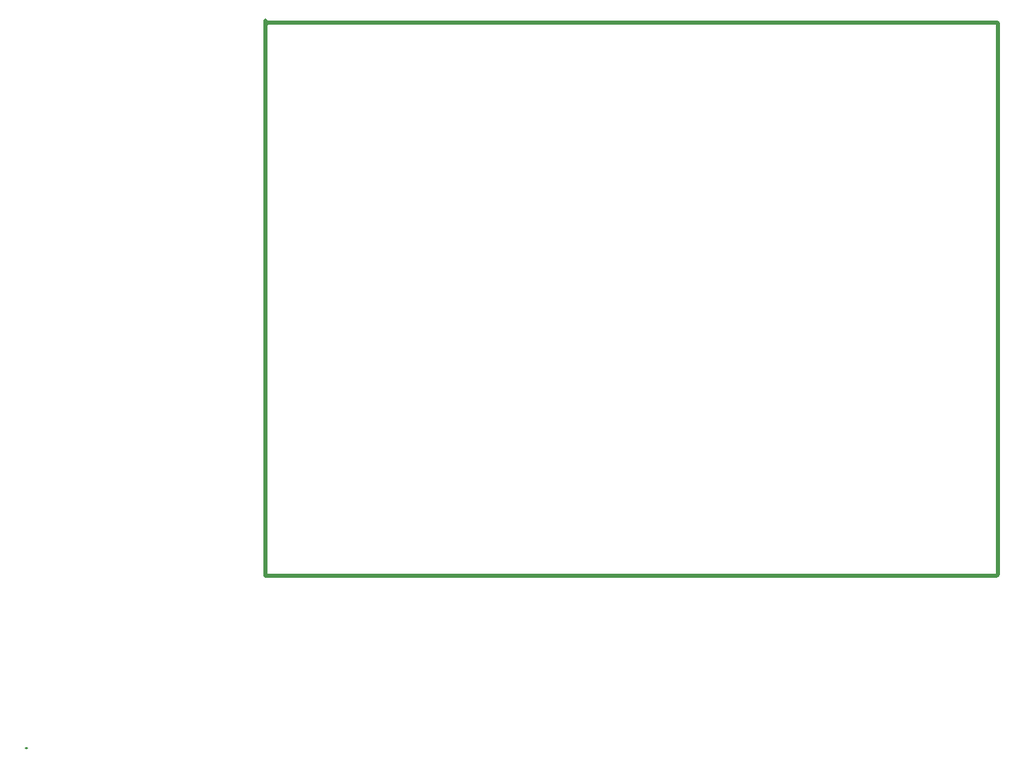
<source format=gko>
G04 Layer: BoardOutline*
G04 EasyEDA v6.4.19.5, 2021-05-17T00:31:41--5:00*
G04 b9cd662fe4db44708034f4f3ac391bfe,cc9e98987c76477795dbcfaff3885265,10*
G04 Gerber Generator version 0.2*
G04 Scale: 100 percent, Rotated: No, Reflected: No *
G04 Dimensions in millimeters *
G04 leading zeros omitted , absolute positions ,4 integer and 5 decimal *
%FSLAX45Y45*%
%MOMM*%

%ADD10C,0.5000*%
%ADD11C,0.2540*%
D10*
X3670300Y6946900D02*
G01*
X3683000Y6959600D01*
X12674600Y6959600D01*
X12687300Y6946900D01*
X12687300Y139700D01*
X12674600Y127000D01*
X3644900Y127000D01*
X3644900Y6985000D01*
D11*
X685800Y-1999995D02*
G01*
X700026Y-1999995D01*

%LPD*%
M02*

</source>
